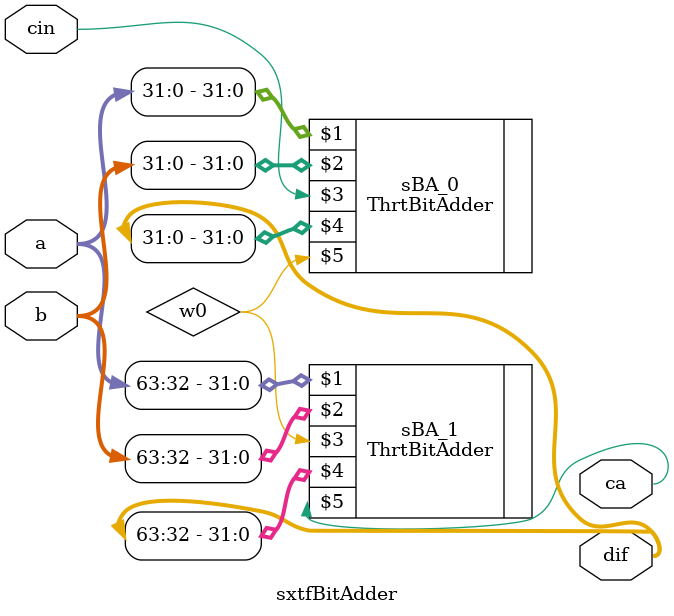
<source format=v>
`include "coe17b024_exp1_32bitadder_v1.v"
module sxtfBitAdder (a,b,cin,dif, ca);
input[63:0] a, b;
input cin;
output[63:0] dif;
output ca;
wire w0;
	
	ThrtBitAdder sBA_0(a[31:0],b[31:0],cin,dif[31:0],w0);
	ThrtBitAdder sBA_1(a[63:32],b[63:32],w0 ,dif[63:32],ca);
	
	
endmodule

</source>
